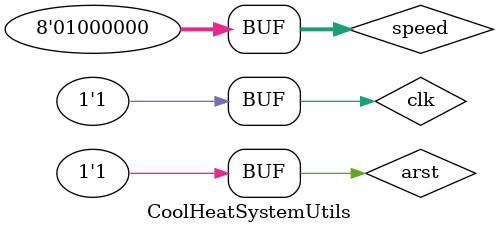
<source format=v>
`timescale 1ns / 1ps
module CoolHeatSystemUtils(
    );

	reg [7:0] chs_conf, speed;
	reg clk, arst;
	wire [3:0] chs_power;
	wire chs_mode, pwm_data;
	
	/*
	ModePower mp(chs_conf, chs_power, chs_mode);
	
	initial begin
        chs_conf = 8'hFFFF;   #100;
        chs_conf = 8'hF56F;   #100;
        chs_conf = 8'h3FFF;   #100;
        chs_conf = 8'h0001;   #100;
        chs_conf = 8'hF10F;   #100;
        chs_conf = 8'h7822;   #100;
        chs_conf = 8'h7ABC;   #100;   
    end
	 */
	 
	 FanSpeed fanSpeed(arst, clk, speed, pwm_data);
	 
	 initial begin
			clk = 0;
			arst = 1;
			speed = 8'b01000000;
	 end
	 
	 always begin
		#5  clk = 0;
		#5  clk = 1;
	 end
	 
endmodule

</source>
